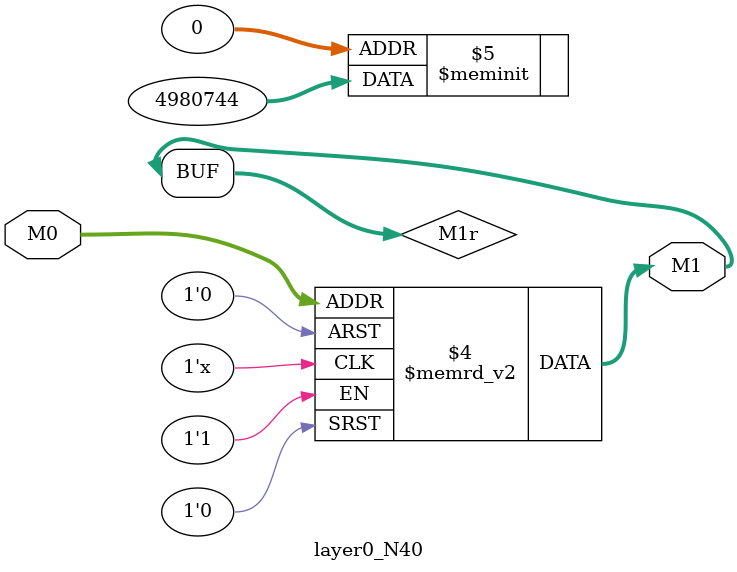
<source format=v>
module layer0_N40 ( input [3:0] M0, output [1:0] M1 );

	(*rom_style = "distributed" *) reg [1:0] M1r;
	assign M1 = M1r;
	always @ (M0) begin
		case (M0)
			4'b0000: M1r = 2'b00;
			4'b1000: M1r = 2'b00;
			4'b0100: M1r = 2'b00;
			4'b1100: M1r = 2'b00;
			4'b0010: M1r = 2'b00;
			4'b1010: M1r = 2'b00;
			4'b0110: M1r = 2'b00;
			4'b1110: M1r = 2'b00;
			4'b0001: M1r = 2'b10;
			4'b1001: M1r = 2'b11;
			4'b0101: M1r = 2'b00;
			4'b1101: M1r = 2'b00;
			4'b0011: M1r = 2'b00;
			4'b1011: M1r = 2'b01;
			4'b0111: M1r = 2'b00;
			4'b1111: M1r = 2'b00;

		endcase
	end
endmodule

</source>
